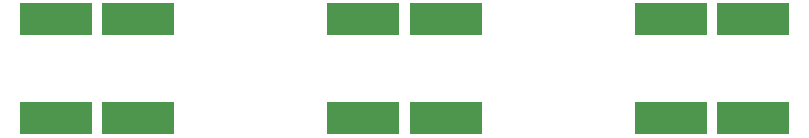
<source format=gbr>
%TF.GenerationSoftware,Altium Limited,Altium Designer,21.6.4 (81)*%
G04 Layer_Color=128*
%FSLAX43Y43*%
%MOMM*%
%TF.SameCoordinates,1AC814DF-7433-4E0E-8A45-847F92D72221*%
%TF.FilePolarity,Positive*%
%TF.FileFunction,Paste,Bot*%
%TF.Part,Single*%
G01*
G75*
%TA.AperFunction,SMDPad,CuDef*%
%ADD26R,6.200X2.750*%
D26*
X41509Y38800D02*
D03*
Y47200D02*
D03*
X67544Y38800D02*
D03*
Y47200D02*
D03*
X60534D02*
D03*
Y38800D02*
D03*
X34499Y47200D02*
D03*
Y38800D02*
D03*
X15467Y47200D02*
D03*
Y38800D02*
D03*
X8482Y47200D02*
D03*
Y38800D02*
D03*
%TF.MD5,d0042f86fef73c0787122c0d700a622f*%
M02*

</source>
